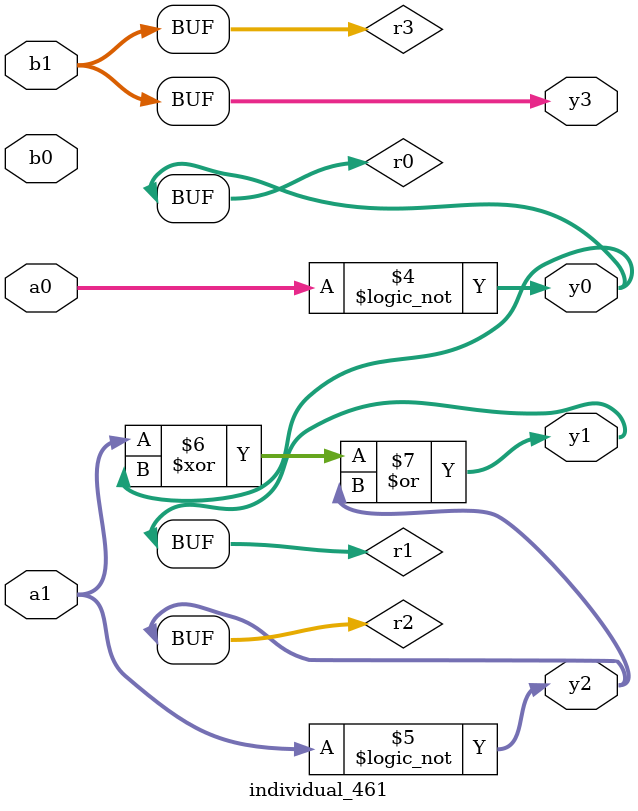
<source format=sv>
module individual_461(input logic [15:0] a1, input logic [15:0] a0, input logic [15:0] b1, input logic [15:0] b0, output logic [15:0] y3, output logic [15:0] y2, output logic [15:0] y1, output logic [15:0] y0);
logic [15:0] r0, r1, r2, r3; 
 always@(*) begin 
	 r0 = a0; r1 = a1; r2 = b0; r3 = b1; 
 	 r2 = ! b0 ;
 	 r0 = ! r2 ;
 	 r0 = ! a0 ;
 	 r2 = ! r1 ;
 	 r1  ^=  r0 ;
 	 r1  |=  r2 ;
 	 y3 = r3; y2 = r2; y1 = r1; y0 = r0; 
end
endmodule
</source>
